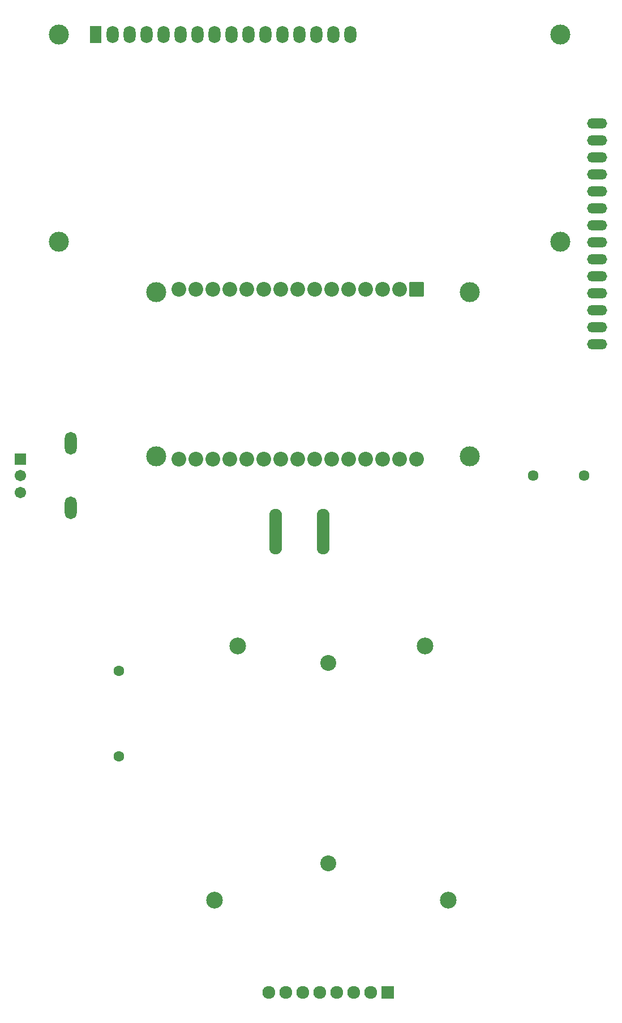
<source format=gbr>
%TF.GenerationSoftware,KiCad,Pcbnew,9.0.3*%
%TF.CreationDate,2025-09-20T20:18:26+05:30*%
%TF.ProjectId,RFID2,52464944-322e-46b6-9963-61645f706362,rev?*%
%TF.SameCoordinates,Original*%
%TF.FileFunction,Soldermask,Top*%
%TF.FilePolarity,Negative*%
%FSLAX46Y46*%
G04 Gerber Fmt 4.6, Leading zero omitted, Abs format (unit mm)*
G04 Created by KiCad (PCBNEW 9.0.3) date 2025-09-20 20:18:26*
%MOMM*%
%LPD*%
G01*
G04 APERTURE LIST*
G04 Aperture macros list*
%AMRoundRect*
0 Rectangle with rounded corners*
0 $1 Rounding radius*
0 $2 $3 $4 $5 $6 $7 $8 $9 X,Y pos of 4 corners*
0 Add a 4 corners polygon primitive as box body*
4,1,4,$2,$3,$4,$5,$6,$7,$8,$9,$2,$3,0*
0 Add four circle primitives for the rounded corners*
1,1,$1+$1,$2,$3*
1,1,$1+$1,$4,$5*
1,1,$1+$1,$6,$7*
1,1,$1+$1,$8,$9*
0 Add four rect primitives between the rounded corners*
20,1,$1+$1,$2,$3,$4,$5,0*
20,1,$1+$1,$4,$5,$6,$7,0*
20,1,$1+$1,$6,$7,$8,$9,0*
20,1,$1+$1,$8,$9,$2,$3,0*%
G04 Aperture macros list end*
%ADD10O,1.924000X6.824000*%
%ADD11C,3.000000*%
%ADD12RoundRect,0.102000X-1.000000X1.000000X-1.000000X-1.000000X1.000000X-1.000000X1.000000X1.000000X0*%
%ADD13C,2.204000*%
%ADD14O,3.000000X1.500000*%
%ADD15R,1.800000X2.600000*%
%ADD16O,1.800000X2.600000*%
%ADD17C,2.500000*%
%ADD18RoundRect,0.102000X0.862500X0.862500X-0.862500X0.862500X-0.862500X-0.862500X0.862500X-0.862500X0*%
%ADD19C,1.929000*%
%ADD20C,2.370000*%
%ADD21C,1.602000*%
%ADD22C,1.612000*%
%ADD23RoundRect,0.102000X-0.754000X-0.754000X0.754000X-0.754000X0.754000X0.754000X-0.754000X0.754000X0*%
%ADD24C,1.712000*%
%ADD25O,1.804000X3.404000*%
G04 APERTURE END LIST*
D10*
%TO.C,S1*%
X117460000Y-103139437D03*
X124560000Y-103139437D03*
%TD*%
D11*
%TO.C,U3*%
X146535000Y-67359437D03*
X99585000Y-67359437D03*
X146535000Y-91869437D03*
X99585000Y-91869437D03*
D12*
X138575000Y-66939437D03*
D13*
X136035000Y-66939437D03*
X133495000Y-66939437D03*
X130955000Y-66939437D03*
X128415000Y-66939437D03*
X125875000Y-66939437D03*
X123335000Y-66939437D03*
X120795000Y-66939437D03*
X118255000Y-66939437D03*
X115715000Y-66939437D03*
X113175000Y-66939437D03*
X110635000Y-66939437D03*
X108095000Y-66939437D03*
X105555000Y-66939437D03*
X103015000Y-66939437D03*
X103015000Y-92339437D03*
X105555000Y-92339437D03*
X108095000Y-92339437D03*
X110635000Y-92339437D03*
X113175000Y-92339437D03*
X115715000Y-92339437D03*
X118255000Y-92339437D03*
X120795000Y-92339437D03*
X123335000Y-92339437D03*
X125875000Y-92339437D03*
X128415000Y-92339437D03*
X130955000Y-92339437D03*
X133495000Y-92339437D03*
X136035000Y-92339437D03*
X138575000Y-92339437D03*
%TD*%
D14*
%TO.C,U2*%
X165560000Y-75159437D03*
X165560000Y-72619437D03*
X165560000Y-70079437D03*
X165560000Y-67539437D03*
X165560000Y-64999437D03*
X165560000Y-62459437D03*
X165560000Y-59919437D03*
X165560000Y-57379437D03*
X165560000Y-54839437D03*
X165560000Y-52299437D03*
X165560000Y-49759437D03*
X165560000Y-47219437D03*
X165560000Y-44679437D03*
X165560000Y-42139437D03*
%TD*%
D11*
%TO.C,DS1*%
X85060900Y-28781937D03*
X85060900Y-59782637D03*
X160059480Y-59782637D03*
X160060000Y-28781937D03*
D15*
X90560000Y-28781937D03*
D16*
X93100000Y-28781937D03*
X95640000Y-28781937D03*
X98180000Y-28781937D03*
X100720000Y-28781937D03*
X103260000Y-28781937D03*
X105800000Y-28781937D03*
X108340000Y-28781937D03*
X110880000Y-28781937D03*
X113420000Y-28781937D03*
X115960000Y-28781937D03*
X118500000Y-28781937D03*
X121040000Y-28781937D03*
X123580000Y-28781937D03*
X126120000Y-28781937D03*
X128660000Y-28781937D03*
%TD*%
D17*
%TO.C,U1*%
X143300000Y-158281937D03*
X139800000Y-120281937D03*
X111800000Y-120281937D03*
X108300000Y-158281937D03*
D18*
X134250000Y-172041937D03*
D19*
X131710000Y-172041937D03*
X129170000Y-172041937D03*
X126630000Y-172041937D03*
X124090000Y-172041937D03*
X121550000Y-172041937D03*
X119010000Y-172041937D03*
X116470000Y-172041937D03*
%TD*%
D20*
%TO.C,BT2*%
X125300000Y-152781937D03*
X125300000Y-122781937D03*
D21*
X94000000Y-123981937D03*
X94000000Y-136781937D03*
%TD*%
D22*
%TO.C,LS1*%
X163600000Y-94781937D03*
X156000000Y-94781937D03*
%TD*%
D23*
%TO.C,R1*%
X79300000Y-92281937D03*
D24*
X79300000Y-94781937D03*
X79300000Y-97281937D03*
D25*
X86800000Y-89981937D03*
X86800000Y-99581937D03*
%TD*%
M02*

</source>
